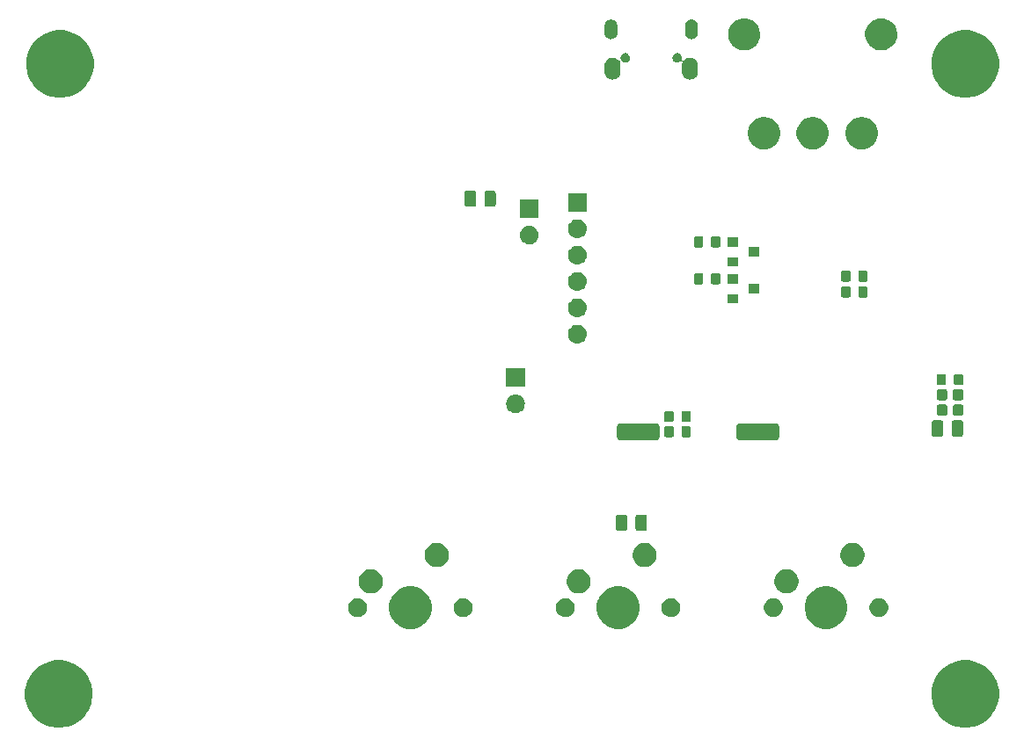
<source format=gbr>
G04 #@! TF.GenerationSoftware,KiCad,Pcbnew,5.0.2+dfsg1-1*
G04 #@! TF.CreationDate,2020-11-04T14:27:09+01:00*
G04 #@! TF.ProjectId,CoreSchematic,436f7265-5363-4686-956d-617469632e6b,rev?*
G04 #@! TF.SameCoordinates,Original*
G04 #@! TF.FileFunction,Soldermask,Bot*
G04 #@! TF.FilePolarity,Negative*
%FSLAX46Y46*%
G04 Gerber Fmt 4.6, Leading zero omitted, Abs format (unit mm)*
G04 Created by KiCad (PCBNEW 5.0.2+dfsg1-1) date Wed 04 Nov 2020 14:27:09 CET*
%MOMM*%
%LPD*%
G01*
G04 APERTURE LIST*
%ADD10C,0.100000*%
G04 APERTURE END LIST*
D10*
G36*
X185292239Y-116826467D02*
X185606282Y-116888934D01*
X186197926Y-117134001D01*
X186487523Y-117327504D01*
X186730395Y-117489786D01*
X187183214Y-117942605D01*
X187183216Y-117942608D01*
X187538999Y-118475074D01*
X187660724Y-118768944D01*
X187784066Y-119066719D01*
X187909000Y-119694803D01*
X187909000Y-120335197D01*
X187846533Y-120649239D01*
X187784066Y-120963282D01*
X187538999Y-121554926D01*
X187291265Y-121925685D01*
X187183214Y-122087395D01*
X186730395Y-122540214D01*
X186730392Y-122540216D01*
X186197926Y-122895999D01*
X185606282Y-123141066D01*
X185292239Y-123203533D01*
X184978197Y-123266000D01*
X184337803Y-123266000D01*
X184023761Y-123203533D01*
X183709718Y-123141066D01*
X183118074Y-122895999D01*
X182585608Y-122540216D01*
X182585605Y-122540214D01*
X182132786Y-122087395D01*
X182024735Y-121925685D01*
X181777001Y-121554926D01*
X181531934Y-120963282D01*
X181469467Y-120649239D01*
X181407000Y-120335197D01*
X181407000Y-119694803D01*
X181531934Y-119066719D01*
X181655276Y-118768944D01*
X181777001Y-118475074D01*
X182132784Y-117942608D01*
X182132786Y-117942605D01*
X182585605Y-117489786D01*
X182828477Y-117327504D01*
X183118074Y-117134001D01*
X183709718Y-116888934D01*
X184023761Y-116826467D01*
X184337803Y-116764000D01*
X184978197Y-116764000D01*
X185292239Y-116826467D01*
X185292239Y-116826467D01*
G37*
G36*
X98043239Y-116826467D02*
X98357282Y-116888934D01*
X98948926Y-117134001D01*
X99238523Y-117327504D01*
X99481395Y-117489786D01*
X99934214Y-117942605D01*
X99934216Y-117942608D01*
X100289999Y-118475074D01*
X100411724Y-118768944D01*
X100535066Y-119066719D01*
X100660000Y-119694803D01*
X100660000Y-120335197D01*
X100597533Y-120649239D01*
X100535066Y-120963282D01*
X100289999Y-121554926D01*
X100042265Y-121925685D01*
X99934214Y-122087395D01*
X99481395Y-122540214D01*
X99481392Y-122540216D01*
X98948926Y-122895999D01*
X98357282Y-123141066D01*
X98043239Y-123203533D01*
X97729197Y-123266000D01*
X97088803Y-123266000D01*
X96774761Y-123203533D01*
X96460718Y-123141066D01*
X95869074Y-122895999D01*
X95336608Y-122540216D01*
X95336605Y-122540214D01*
X94883786Y-122087395D01*
X94775735Y-121925685D01*
X94528001Y-121554926D01*
X94282934Y-120963282D01*
X94220467Y-120649239D01*
X94158000Y-120335197D01*
X94158000Y-119694803D01*
X94282934Y-119066719D01*
X94406276Y-118768944D01*
X94528001Y-118475074D01*
X94883784Y-117942608D01*
X94883786Y-117942605D01*
X95336605Y-117489786D01*
X95579477Y-117327504D01*
X95869074Y-117134001D01*
X96460718Y-116888934D01*
X96774761Y-116826467D01*
X97088803Y-116764000D01*
X97729197Y-116764000D01*
X98043239Y-116826467D01*
X98043239Y-116826467D01*
G37*
G36*
X151855252Y-109724318D02*
X151855254Y-109724319D01*
X151855255Y-109724319D01*
X152228513Y-109878927D01*
X152559905Y-110100357D01*
X152564439Y-110103386D01*
X152850114Y-110389061D01*
X152850116Y-110389064D01*
X153074573Y-110724987D01*
X153103780Y-110795500D01*
X153229182Y-111098248D01*
X153308000Y-111494493D01*
X153308000Y-111898507D01*
X153233936Y-112270854D01*
X153229181Y-112294755D01*
X153074573Y-112668013D01*
X153074572Y-112668014D01*
X152850114Y-113003939D01*
X152564439Y-113289614D01*
X152564436Y-113289616D01*
X152228513Y-113514073D01*
X151855255Y-113668681D01*
X151855254Y-113668681D01*
X151855252Y-113668682D01*
X151459007Y-113747500D01*
X151054993Y-113747500D01*
X150658748Y-113668682D01*
X150658746Y-113668681D01*
X150658745Y-113668681D01*
X150285487Y-113514073D01*
X149949564Y-113289616D01*
X149949561Y-113289614D01*
X149663886Y-113003939D01*
X149439428Y-112668014D01*
X149439427Y-112668013D01*
X149284819Y-112294755D01*
X149280065Y-112270854D01*
X149206000Y-111898507D01*
X149206000Y-111494493D01*
X149284818Y-111098248D01*
X149410220Y-110795500D01*
X149439427Y-110724987D01*
X149663884Y-110389064D01*
X149663886Y-110389061D01*
X149949561Y-110103386D01*
X149954095Y-110100357D01*
X150285487Y-109878927D01*
X150658745Y-109724319D01*
X150658746Y-109724319D01*
X150658748Y-109724318D01*
X151054993Y-109645500D01*
X151459007Y-109645500D01*
X151855252Y-109724318D01*
X151855252Y-109724318D01*
G37*
G36*
X171857752Y-109724318D02*
X171857754Y-109724319D01*
X171857755Y-109724319D01*
X172231013Y-109878927D01*
X172562405Y-110100357D01*
X172566939Y-110103386D01*
X172852614Y-110389061D01*
X172852616Y-110389064D01*
X173077073Y-110724987D01*
X173106280Y-110795500D01*
X173231682Y-111098248D01*
X173310500Y-111494493D01*
X173310500Y-111898507D01*
X173236436Y-112270854D01*
X173231681Y-112294755D01*
X173077073Y-112668013D01*
X173077072Y-112668014D01*
X172852614Y-113003939D01*
X172566939Y-113289614D01*
X172566936Y-113289616D01*
X172231013Y-113514073D01*
X171857755Y-113668681D01*
X171857754Y-113668681D01*
X171857752Y-113668682D01*
X171461507Y-113747500D01*
X171057493Y-113747500D01*
X170661248Y-113668682D01*
X170661246Y-113668681D01*
X170661245Y-113668681D01*
X170287987Y-113514073D01*
X169952064Y-113289616D01*
X169952061Y-113289614D01*
X169666386Y-113003939D01*
X169441928Y-112668014D01*
X169441927Y-112668013D01*
X169287319Y-112294755D01*
X169282565Y-112270854D01*
X169208500Y-111898507D01*
X169208500Y-111494493D01*
X169287318Y-111098248D01*
X169412720Y-110795500D01*
X169441927Y-110724987D01*
X169666384Y-110389064D01*
X169666386Y-110389061D01*
X169952061Y-110103386D01*
X169956595Y-110100357D01*
X170287987Y-109878927D01*
X170661245Y-109724319D01*
X170661246Y-109724319D01*
X170661248Y-109724318D01*
X171057493Y-109645500D01*
X171461507Y-109645500D01*
X171857752Y-109724318D01*
X171857752Y-109724318D01*
G37*
G36*
X131852752Y-109724318D02*
X131852754Y-109724319D01*
X131852755Y-109724319D01*
X132226013Y-109878927D01*
X132557405Y-110100357D01*
X132561939Y-110103386D01*
X132847614Y-110389061D01*
X132847616Y-110389064D01*
X133072073Y-110724987D01*
X133101280Y-110795500D01*
X133226682Y-111098248D01*
X133305500Y-111494493D01*
X133305500Y-111898507D01*
X133231436Y-112270854D01*
X133226681Y-112294755D01*
X133072073Y-112668013D01*
X133072072Y-112668014D01*
X132847614Y-113003939D01*
X132561939Y-113289614D01*
X132561936Y-113289616D01*
X132226013Y-113514073D01*
X131852755Y-113668681D01*
X131852754Y-113668681D01*
X131852752Y-113668682D01*
X131456507Y-113747500D01*
X131052493Y-113747500D01*
X130656248Y-113668682D01*
X130656246Y-113668681D01*
X130656245Y-113668681D01*
X130282987Y-113514073D01*
X129947064Y-113289616D01*
X129947061Y-113289614D01*
X129661386Y-113003939D01*
X129436928Y-112668014D01*
X129436927Y-112668013D01*
X129282319Y-112294755D01*
X129277565Y-112270854D01*
X129203500Y-111898507D01*
X129203500Y-111494493D01*
X129282318Y-111098248D01*
X129407720Y-110795500D01*
X129436927Y-110724987D01*
X129661384Y-110389064D01*
X129661386Y-110389061D01*
X129947061Y-110103386D01*
X129951595Y-110100357D01*
X130282987Y-109878927D01*
X130656245Y-109724319D01*
X130656246Y-109724319D01*
X130656248Y-109724318D01*
X131052493Y-109645500D01*
X131456507Y-109645500D01*
X131852752Y-109724318D01*
X131852752Y-109724318D01*
G37*
G36*
X176602312Y-110830124D02*
X176766284Y-110898044D01*
X176913854Y-110996647D01*
X177039353Y-111122146D01*
X177137956Y-111269716D01*
X177205876Y-111433688D01*
X177240500Y-111607759D01*
X177240500Y-111785241D01*
X177205876Y-111959312D01*
X177137956Y-112123284D01*
X177039353Y-112270854D01*
X176913854Y-112396353D01*
X176766284Y-112494956D01*
X176602312Y-112562876D01*
X176428241Y-112597500D01*
X176250759Y-112597500D01*
X176076688Y-112562876D01*
X175912716Y-112494956D01*
X175765146Y-112396353D01*
X175639647Y-112270854D01*
X175541044Y-112123284D01*
X175473124Y-111959312D01*
X175438500Y-111785241D01*
X175438500Y-111607759D01*
X175473124Y-111433688D01*
X175541044Y-111269716D01*
X175639647Y-111122146D01*
X175765146Y-110996647D01*
X175912716Y-110898044D01*
X176076688Y-110830124D01*
X176250759Y-110795500D01*
X176428241Y-110795500D01*
X176602312Y-110830124D01*
X176602312Y-110830124D01*
G37*
G36*
X166442312Y-110830124D02*
X166606284Y-110898044D01*
X166753854Y-110996647D01*
X166879353Y-111122146D01*
X166977956Y-111269716D01*
X167045876Y-111433688D01*
X167080500Y-111607759D01*
X167080500Y-111785241D01*
X167045876Y-111959312D01*
X166977956Y-112123284D01*
X166879353Y-112270854D01*
X166753854Y-112396353D01*
X166606284Y-112494956D01*
X166442312Y-112562876D01*
X166268241Y-112597500D01*
X166090759Y-112597500D01*
X165916688Y-112562876D01*
X165752716Y-112494956D01*
X165605146Y-112396353D01*
X165479647Y-112270854D01*
X165381044Y-112123284D01*
X165313124Y-111959312D01*
X165278500Y-111785241D01*
X165278500Y-111607759D01*
X165313124Y-111433688D01*
X165381044Y-111269716D01*
X165479647Y-111122146D01*
X165605146Y-110996647D01*
X165752716Y-110898044D01*
X165916688Y-110830124D01*
X166090759Y-110795500D01*
X166268241Y-110795500D01*
X166442312Y-110830124D01*
X166442312Y-110830124D01*
G37*
G36*
X156599812Y-110830124D02*
X156763784Y-110898044D01*
X156911354Y-110996647D01*
X157036853Y-111122146D01*
X157135456Y-111269716D01*
X157203376Y-111433688D01*
X157238000Y-111607759D01*
X157238000Y-111785241D01*
X157203376Y-111959312D01*
X157135456Y-112123284D01*
X157036853Y-112270854D01*
X156911354Y-112396353D01*
X156763784Y-112494956D01*
X156599812Y-112562876D01*
X156425741Y-112597500D01*
X156248259Y-112597500D01*
X156074188Y-112562876D01*
X155910216Y-112494956D01*
X155762646Y-112396353D01*
X155637147Y-112270854D01*
X155538544Y-112123284D01*
X155470624Y-111959312D01*
X155436000Y-111785241D01*
X155436000Y-111607759D01*
X155470624Y-111433688D01*
X155538544Y-111269716D01*
X155637147Y-111122146D01*
X155762646Y-110996647D01*
X155910216Y-110898044D01*
X156074188Y-110830124D01*
X156248259Y-110795500D01*
X156425741Y-110795500D01*
X156599812Y-110830124D01*
X156599812Y-110830124D01*
G37*
G36*
X146439812Y-110830124D02*
X146603784Y-110898044D01*
X146751354Y-110996647D01*
X146876853Y-111122146D01*
X146975456Y-111269716D01*
X147043376Y-111433688D01*
X147078000Y-111607759D01*
X147078000Y-111785241D01*
X147043376Y-111959312D01*
X146975456Y-112123284D01*
X146876853Y-112270854D01*
X146751354Y-112396353D01*
X146603784Y-112494956D01*
X146439812Y-112562876D01*
X146265741Y-112597500D01*
X146088259Y-112597500D01*
X145914188Y-112562876D01*
X145750216Y-112494956D01*
X145602646Y-112396353D01*
X145477147Y-112270854D01*
X145378544Y-112123284D01*
X145310624Y-111959312D01*
X145276000Y-111785241D01*
X145276000Y-111607759D01*
X145310624Y-111433688D01*
X145378544Y-111269716D01*
X145477147Y-111122146D01*
X145602646Y-110996647D01*
X145750216Y-110898044D01*
X145914188Y-110830124D01*
X146088259Y-110795500D01*
X146265741Y-110795500D01*
X146439812Y-110830124D01*
X146439812Y-110830124D01*
G37*
G36*
X136597312Y-110830124D02*
X136761284Y-110898044D01*
X136908854Y-110996647D01*
X137034353Y-111122146D01*
X137132956Y-111269716D01*
X137200876Y-111433688D01*
X137235500Y-111607759D01*
X137235500Y-111785241D01*
X137200876Y-111959312D01*
X137132956Y-112123284D01*
X137034353Y-112270854D01*
X136908854Y-112396353D01*
X136761284Y-112494956D01*
X136597312Y-112562876D01*
X136423241Y-112597500D01*
X136245759Y-112597500D01*
X136071688Y-112562876D01*
X135907716Y-112494956D01*
X135760146Y-112396353D01*
X135634647Y-112270854D01*
X135536044Y-112123284D01*
X135468124Y-111959312D01*
X135433500Y-111785241D01*
X135433500Y-111607759D01*
X135468124Y-111433688D01*
X135536044Y-111269716D01*
X135634647Y-111122146D01*
X135760146Y-110996647D01*
X135907716Y-110898044D01*
X136071688Y-110830124D01*
X136245759Y-110795500D01*
X136423241Y-110795500D01*
X136597312Y-110830124D01*
X136597312Y-110830124D01*
G37*
G36*
X126437312Y-110830124D02*
X126601284Y-110898044D01*
X126748854Y-110996647D01*
X126874353Y-111122146D01*
X126972956Y-111269716D01*
X127040876Y-111433688D01*
X127075500Y-111607759D01*
X127075500Y-111785241D01*
X127040876Y-111959312D01*
X126972956Y-112123284D01*
X126874353Y-112270854D01*
X126748854Y-112396353D01*
X126601284Y-112494956D01*
X126437312Y-112562876D01*
X126263241Y-112597500D01*
X126085759Y-112597500D01*
X125911688Y-112562876D01*
X125747716Y-112494956D01*
X125600146Y-112396353D01*
X125474647Y-112270854D01*
X125376044Y-112123284D01*
X125308124Y-111959312D01*
X125273500Y-111785241D01*
X125273500Y-111607759D01*
X125308124Y-111433688D01*
X125376044Y-111269716D01*
X125474647Y-111122146D01*
X125600146Y-110996647D01*
X125747716Y-110898044D01*
X125911688Y-110830124D01*
X126085759Y-110795500D01*
X126263241Y-110795500D01*
X126437312Y-110830124D01*
X126437312Y-110830124D01*
G37*
G36*
X147782734Y-108049732D02*
X147992202Y-108136496D01*
X148180723Y-108262462D01*
X148341038Y-108422777D01*
X148467004Y-108611298D01*
X148553768Y-108820766D01*
X148598000Y-109043135D01*
X148598000Y-109269865D01*
X148553768Y-109492234D01*
X148467004Y-109701702D01*
X148341038Y-109890223D01*
X148180723Y-110050538D01*
X147992202Y-110176504D01*
X147782734Y-110263268D01*
X147560365Y-110307500D01*
X147333635Y-110307500D01*
X147111266Y-110263268D01*
X146901798Y-110176504D01*
X146713277Y-110050538D01*
X146552962Y-109890223D01*
X146426996Y-109701702D01*
X146340232Y-109492234D01*
X146296000Y-109269865D01*
X146296000Y-109043135D01*
X146340232Y-108820766D01*
X146426996Y-108611298D01*
X146552962Y-108422777D01*
X146713277Y-108262462D01*
X146901798Y-108136496D01*
X147111266Y-108049732D01*
X147333635Y-108005500D01*
X147560365Y-108005500D01*
X147782734Y-108049732D01*
X147782734Y-108049732D01*
G37*
G36*
X127780234Y-108049732D02*
X127989702Y-108136496D01*
X128178223Y-108262462D01*
X128338538Y-108422777D01*
X128464504Y-108611298D01*
X128551268Y-108820766D01*
X128595500Y-109043135D01*
X128595500Y-109269865D01*
X128551268Y-109492234D01*
X128464504Y-109701702D01*
X128338538Y-109890223D01*
X128178223Y-110050538D01*
X127989702Y-110176504D01*
X127780234Y-110263268D01*
X127557865Y-110307500D01*
X127331135Y-110307500D01*
X127108766Y-110263268D01*
X126899298Y-110176504D01*
X126710777Y-110050538D01*
X126550462Y-109890223D01*
X126424496Y-109701702D01*
X126337732Y-109492234D01*
X126293500Y-109269865D01*
X126293500Y-109043135D01*
X126337732Y-108820766D01*
X126424496Y-108611298D01*
X126550462Y-108422777D01*
X126710777Y-108262462D01*
X126899298Y-108136496D01*
X127108766Y-108049732D01*
X127331135Y-108005500D01*
X127557865Y-108005500D01*
X127780234Y-108049732D01*
X127780234Y-108049732D01*
G37*
G36*
X167785234Y-108049732D02*
X167994702Y-108136496D01*
X168183223Y-108262462D01*
X168343538Y-108422777D01*
X168469504Y-108611298D01*
X168556268Y-108820766D01*
X168600500Y-109043135D01*
X168600500Y-109269865D01*
X168556268Y-109492234D01*
X168469504Y-109701702D01*
X168343538Y-109890223D01*
X168183223Y-110050538D01*
X167994702Y-110176504D01*
X167785234Y-110263268D01*
X167562865Y-110307500D01*
X167336135Y-110307500D01*
X167113766Y-110263268D01*
X166904298Y-110176504D01*
X166715777Y-110050538D01*
X166555462Y-109890223D01*
X166429496Y-109701702D01*
X166342732Y-109492234D01*
X166298500Y-109269865D01*
X166298500Y-109043135D01*
X166342732Y-108820766D01*
X166429496Y-108611298D01*
X166555462Y-108422777D01*
X166715777Y-108262462D01*
X166904298Y-108136496D01*
X167113766Y-108049732D01*
X167336135Y-108005500D01*
X167562865Y-108005500D01*
X167785234Y-108049732D01*
X167785234Y-108049732D01*
G37*
G36*
X174135234Y-105509732D02*
X174344702Y-105596496D01*
X174533223Y-105722462D01*
X174693538Y-105882777D01*
X174819504Y-106071298D01*
X174906268Y-106280766D01*
X174950500Y-106503135D01*
X174950500Y-106729865D01*
X174906268Y-106952234D01*
X174819504Y-107161702D01*
X174693538Y-107350223D01*
X174533223Y-107510538D01*
X174344702Y-107636504D01*
X174135234Y-107723268D01*
X173912865Y-107767500D01*
X173686135Y-107767500D01*
X173463766Y-107723268D01*
X173254298Y-107636504D01*
X173065777Y-107510538D01*
X172905462Y-107350223D01*
X172779496Y-107161702D01*
X172692732Y-106952234D01*
X172648500Y-106729865D01*
X172648500Y-106503135D01*
X172692732Y-106280766D01*
X172779496Y-106071298D01*
X172905462Y-105882777D01*
X173065777Y-105722462D01*
X173254298Y-105596496D01*
X173463766Y-105509732D01*
X173686135Y-105465500D01*
X173912865Y-105465500D01*
X174135234Y-105509732D01*
X174135234Y-105509732D01*
G37*
G36*
X154132734Y-105509732D02*
X154342202Y-105596496D01*
X154530723Y-105722462D01*
X154691038Y-105882777D01*
X154817004Y-106071298D01*
X154903768Y-106280766D01*
X154948000Y-106503135D01*
X154948000Y-106729865D01*
X154903768Y-106952234D01*
X154817004Y-107161702D01*
X154691038Y-107350223D01*
X154530723Y-107510538D01*
X154342202Y-107636504D01*
X154132734Y-107723268D01*
X153910365Y-107767500D01*
X153683635Y-107767500D01*
X153461266Y-107723268D01*
X153251798Y-107636504D01*
X153063277Y-107510538D01*
X152902962Y-107350223D01*
X152776996Y-107161702D01*
X152690232Y-106952234D01*
X152646000Y-106729865D01*
X152646000Y-106503135D01*
X152690232Y-106280766D01*
X152776996Y-106071298D01*
X152902962Y-105882777D01*
X153063277Y-105722462D01*
X153251798Y-105596496D01*
X153461266Y-105509732D01*
X153683635Y-105465500D01*
X153910365Y-105465500D01*
X154132734Y-105509732D01*
X154132734Y-105509732D01*
G37*
G36*
X134130234Y-105509732D02*
X134339702Y-105596496D01*
X134528223Y-105722462D01*
X134688538Y-105882777D01*
X134814504Y-106071298D01*
X134901268Y-106280766D01*
X134945500Y-106503135D01*
X134945500Y-106729865D01*
X134901268Y-106952234D01*
X134814504Y-107161702D01*
X134688538Y-107350223D01*
X134528223Y-107510538D01*
X134339702Y-107636504D01*
X134130234Y-107723268D01*
X133907865Y-107767500D01*
X133681135Y-107767500D01*
X133458766Y-107723268D01*
X133249298Y-107636504D01*
X133060777Y-107510538D01*
X132900462Y-107350223D01*
X132774496Y-107161702D01*
X132687732Y-106952234D01*
X132643500Y-106729865D01*
X132643500Y-106503135D01*
X132687732Y-106280766D01*
X132774496Y-106071298D01*
X132900462Y-105882777D01*
X133060777Y-105722462D01*
X133249298Y-105596496D01*
X133458766Y-105509732D01*
X133681135Y-105465500D01*
X133907865Y-105465500D01*
X134130234Y-105509732D01*
X134130234Y-105509732D01*
G37*
G36*
X153856433Y-102733686D02*
X153896281Y-102745774D01*
X153933001Y-102765401D01*
X153965186Y-102791814D01*
X153991599Y-102823999D01*
X154011226Y-102860719D01*
X154023314Y-102900567D01*
X154028000Y-102948141D01*
X154028000Y-104061859D01*
X154023314Y-104109433D01*
X154011226Y-104149281D01*
X153991599Y-104186001D01*
X153965186Y-104218186D01*
X153933001Y-104244599D01*
X153896281Y-104264226D01*
X153856433Y-104276314D01*
X153808859Y-104281000D01*
X153145141Y-104281000D01*
X153097567Y-104276314D01*
X153057719Y-104264226D01*
X153020999Y-104244599D01*
X152988814Y-104218186D01*
X152962401Y-104186001D01*
X152942774Y-104149281D01*
X152930686Y-104109433D01*
X152926000Y-104061859D01*
X152926000Y-102948141D01*
X152930686Y-102900567D01*
X152942774Y-102860719D01*
X152962401Y-102823999D01*
X152988814Y-102791814D01*
X153020999Y-102765401D01*
X153057719Y-102745774D01*
X153097567Y-102733686D01*
X153145141Y-102729000D01*
X153808859Y-102729000D01*
X153856433Y-102733686D01*
X153856433Y-102733686D01*
G37*
G36*
X151956433Y-102733686D02*
X151996281Y-102745774D01*
X152033001Y-102765401D01*
X152065186Y-102791814D01*
X152091599Y-102823999D01*
X152111226Y-102860719D01*
X152123314Y-102900567D01*
X152128000Y-102948141D01*
X152128000Y-104061859D01*
X152123314Y-104109433D01*
X152111226Y-104149281D01*
X152091599Y-104186001D01*
X152065186Y-104218186D01*
X152033001Y-104244599D01*
X151996281Y-104264226D01*
X151956433Y-104276314D01*
X151908859Y-104281000D01*
X151245141Y-104281000D01*
X151197567Y-104276314D01*
X151157719Y-104264226D01*
X151120999Y-104244599D01*
X151088814Y-104218186D01*
X151062401Y-104186001D01*
X151042774Y-104149281D01*
X151030686Y-104109433D01*
X151026000Y-104061859D01*
X151026000Y-102948141D01*
X151030686Y-102900567D01*
X151042774Y-102860719D01*
X151062401Y-102823999D01*
X151088814Y-102791814D01*
X151120999Y-102765401D01*
X151157719Y-102745774D01*
X151197567Y-102733686D01*
X151245141Y-102729000D01*
X151908859Y-102729000D01*
X151956433Y-102733686D01*
X151956433Y-102733686D01*
G37*
G36*
X166464493Y-93936203D02*
X166528914Y-93955744D01*
X166588276Y-93987475D01*
X166640317Y-94030183D01*
X166683025Y-94082224D01*
X166714756Y-94141586D01*
X166734297Y-94206007D01*
X166741500Y-94279141D01*
X166741500Y-95204859D01*
X166734297Y-95277993D01*
X166714756Y-95342414D01*
X166683025Y-95401776D01*
X166640317Y-95453817D01*
X166588276Y-95496525D01*
X166528914Y-95528256D01*
X166464493Y-95547797D01*
X166391359Y-95555000D01*
X162989641Y-95555000D01*
X162916507Y-95547797D01*
X162852086Y-95528256D01*
X162792724Y-95496525D01*
X162740683Y-95453817D01*
X162697975Y-95401776D01*
X162666244Y-95342414D01*
X162646703Y-95277993D01*
X162639500Y-95204859D01*
X162639500Y-94279141D01*
X162646703Y-94206007D01*
X162666244Y-94141586D01*
X162697975Y-94082224D01*
X162740683Y-94030183D01*
X162792724Y-93987475D01*
X162852086Y-93955744D01*
X162916507Y-93936203D01*
X162989641Y-93929000D01*
X166391359Y-93929000D01*
X166464493Y-93936203D01*
X166464493Y-93936203D01*
G37*
G36*
X154964493Y-93936203D02*
X155028914Y-93955744D01*
X155088276Y-93987475D01*
X155140317Y-94030183D01*
X155183025Y-94082224D01*
X155214756Y-94141586D01*
X155234297Y-94206007D01*
X155241500Y-94279141D01*
X155241500Y-95204859D01*
X155234297Y-95277993D01*
X155214756Y-95342414D01*
X155183025Y-95401776D01*
X155140317Y-95453817D01*
X155088276Y-95496525D01*
X155028914Y-95528256D01*
X154964493Y-95547797D01*
X154891359Y-95555000D01*
X151489641Y-95555000D01*
X151416507Y-95547797D01*
X151352086Y-95528256D01*
X151292724Y-95496525D01*
X151240683Y-95453817D01*
X151197975Y-95401776D01*
X151166244Y-95342414D01*
X151146703Y-95277993D01*
X151139500Y-95204859D01*
X151139500Y-94279141D01*
X151146703Y-94206007D01*
X151166244Y-94141586D01*
X151197975Y-94082224D01*
X151240683Y-94030183D01*
X151292724Y-93987475D01*
X151352086Y-93955744D01*
X151416507Y-93936203D01*
X151489641Y-93929000D01*
X154891359Y-93929000D01*
X154964493Y-93936203D01*
X154964493Y-93936203D01*
G37*
G36*
X158116683Y-94219725D02*
X158147144Y-94228966D01*
X158175223Y-94243975D01*
X158199831Y-94264169D01*
X158220025Y-94288777D01*
X158235034Y-94316856D01*
X158244275Y-94347317D01*
X158248000Y-94385140D01*
X158248000Y-95098860D01*
X158244275Y-95136683D01*
X158235034Y-95167144D01*
X158220025Y-95195223D01*
X158199831Y-95219831D01*
X158175223Y-95240025D01*
X158147144Y-95255034D01*
X158116683Y-95264275D01*
X158078860Y-95268000D01*
X157515140Y-95268000D01*
X157477317Y-95264275D01*
X157446856Y-95255034D01*
X157418777Y-95240025D01*
X157394169Y-95219831D01*
X157373975Y-95195223D01*
X157358966Y-95167144D01*
X157349725Y-95136683D01*
X157346000Y-95098860D01*
X157346000Y-94385140D01*
X157349725Y-94347317D01*
X157358966Y-94316856D01*
X157373975Y-94288777D01*
X157394169Y-94264169D01*
X157418777Y-94243975D01*
X157446856Y-94228966D01*
X157477317Y-94219725D01*
X157515140Y-94216000D01*
X158078860Y-94216000D01*
X158116683Y-94219725D01*
X158116683Y-94219725D01*
G37*
G36*
X156466683Y-94219725D02*
X156497144Y-94228966D01*
X156525223Y-94243975D01*
X156549831Y-94264169D01*
X156570025Y-94288777D01*
X156585034Y-94316856D01*
X156594275Y-94347317D01*
X156598000Y-94385140D01*
X156598000Y-95098860D01*
X156594275Y-95136683D01*
X156585034Y-95167144D01*
X156570025Y-95195223D01*
X156549831Y-95219831D01*
X156525223Y-95240025D01*
X156497144Y-95255034D01*
X156466683Y-95264275D01*
X156428860Y-95268000D01*
X155865140Y-95268000D01*
X155827317Y-95264275D01*
X155796856Y-95255034D01*
X155768777Y-95240025D01*
X155744169Y-95219831D01*
X155723975Y-95195223D01*
X155708966Y-95167144D01*
X155699725Y-95136683D01*
X155696000Y-95098860D01*
X155696000Y-94385140D01*
X155699725Y-94347317D01*
X155708966Y-94316856D01*
X155723975Y-94288777D01*
X155744169Y-94264169D01*
X155768777Y-94243975D01*
X155796856Y-94228966D01*
X155827317Y-94219725D01*
X155865140Y-94216000D01*
X156428860Y-94216000D01*
X156466683Y-94219725D01*
X156466683Y-94219725D01*
G37*
G36*
X184272933Y-93653186D02*
X184312781Y-93665274D01*
X184349501Y-93684901D01*
X184381686Y-93711314D01*
X184408099Y-93743499D01*
X184427726Y-93780219D01*
X184439814Y-93820067D01*
X184444500Y-93867641D01*
X184444500Y-94981359D01*
X184439814Y-95028933D01*
X184427726Y-95068781D01*
X184408099Y-95105501D01*
X184381686Y-95137686D01*
X184349501Y-95164099D01*
X184312781Y-95183726D01*
X184272933Y-95195814D01*
X184225359Y-95200500D01*
X183561641Y-95200500D01*
X183514067Y-95195814D01*
X183474219Y-95183726D01*
X183437499Y-95164099D01*
X183405314Y-95137686D01*
X183378901Y-95105501D01*
X183359274Y-95068781D01*
X183347186Y-95028933D01*
X183342500Y-94981359D01*
X183342500Y-93867641D01*
X183347186Y-93820067D01*
X183359274Y-93780219D01*
X183378901Y-93743499D01*
X183405314Y-93711314D01*
X183437499Y-93684901D01*
X183474219Y-93665274D01*
X183514067Y-93653186D01*
X183561641Y-93648500D01*
X184225359Y-93648500D01*
X184272933Y-93653186D01*
X184272933Y-93653186D01*
G37*
G36*
X182372933Y-93653186D02*
X182412781Y-93665274D01*
X182449501Y-93684901D01*
X182481686Y-93711314D01*
X182508099Y-93743499D01*
X182527726Y-93780219D01*
X182539814Y-93820067D01*
X182544500Y-93867641D01*
X182544500Y-94981359D01*
X182539814Y-95028933D01*
X182527726Y-95068781D01*
X182508099Y-95105501D01*
X182481686Y-95137686D01*
X182449501Y-95164099D01*
X182412781Y-95183726D01*
X182372933Y-95195814D01*
X182325359Y-95200500D01*
X181661641Y-95200500D01*
X181614067Y-95195814D01*
X181574219Y-95183726D01*
X181537499Y-95164099D01*
X181505314Y-95137686D01*
X181478901Y-95105501D01*
X181459274Y-95068781D01*
X181447186Y-95028933D01*
X181442500Y-94981359D01*
X181442500Y-93867641D01*
X181447186Y-93820067D01*
X181459274Y-93780219D01*
X181478901Y-93743499D01*
X181505314Y-93711314D01*
X181537499Y-93684901D01*
X181574219Y-93665274D01*
X181614067Y-93653186D01*
X181661641Y-93648500D01*
X182325359Y-93648500D01*
X182372933Y-93653186D01*
X182372933Y-93653186D01*
G37*
G36*
X158116683Y-92746525D02*
X158147144Y-92755766D01*
X158175223Y-92770775D01*
X158199831Y-92790969D01*
X158220025Y-92815577D01*
X158235034Y-92843656D01*
X158244275Y-92874117D01*
X158248000Y-92911940D01*
X158248000Y-93625660D01*
X158244275Y-93663483D01*
X158235034Y-93693944D01*
X158220025Y-93722023D01*
X158199831Y-93746631D01*
X158175223Y-93766825D01*
X158147144Y-93781834D01*
X158116683Y-93791075D01*
X158078860Y-93794800D01*
X157515140Y-93794800D01*
X157477317Y-93791075D01*
X157446856Y-93781834D01*
X157418777Y-93766825D01*
X157394169Y-93746631D01*
X157373975Y-93722023D01*
X157358966Y-93693944D01*
X157349725Y-93663483D01*
X157346000Y-93625660D01*
X157346000Y-92911940D01*
X157349725Y-92874117D01*
X157358966Y-92843656D01*
X157373975Y-92815577D01*
X157394169Y-92790969D01*
X157418777Y-92770775D01*
X157446856Y-92755766D01*
X157477317Y-92746525D01*
X157515140Y-92742800D01*
X158078860Y-92742800D01*
X158116683Y-92746525D01*
X158116683Y-92746525D01*
G37*
G36*
X156466683Y-92746525D02*
X156497144Y-92755766D01*
X156525223Y-92770775D01*
X156549831Y-92790969D01*
X156570025Y-92815577D01*
X156585034Y-92843656D01*
X156594275Y-92874117D01*
X156598000Y-92911940D01*
X156598000Y-93625660D01*
X156594275Y-93663483D01*
X156585034Y-93693944D01*
X156570025Y-93722023D01*
X156549831Y-93746631D01*
X156525223Y-93766825D01*
X156497144Y-93781834D01*
X156466683Y-93791075D01*
X156428860Y-93794800D01*
X155865140Y-93794800D01*
X155827317Y-93791075D01*
X155796856Y-93781834D01*
X155768777Y-93766825D01*
X155744169Y-93746631D01*
X155723975Y-93722023D01*
X155708966Y-93693944D01*
X155699725Y-93663483D01*
X155696000Y-93625660D01*
X155696000Y-92911940D01*
X155699725Y-92874117D01*
X155708966Y-92843656D01*
X155723975Y-92815577D01*
X155744169Y-92790969D01*
X155768777Y-92770775D01*
X155796856Y-92755766D01*
X155827317Y-92746525D01*
X155865140Y-92742800D01*
X156428860Y-92742800D01*
X156466683Y-92746525D01*
X156466683Y-92746525D01*
G37*
G36*
X184322060Y-92124705D02*
X184357211Y-92135369D01*
X184389609Y-92152686D01*
X184418008Y-92175992D01*
X184441314Y-92204391D01*
X184458631Y-92236789D01*
X184469295Y-92271940D01*
X184473500Y-92314640D01*
X184473500Y-92978360D01*
X184469295Y-93021060D01*
X184458631Y-93056211D01*
X184441314Y-93088609D01*
X184418008Y-93117008D01*
X184389609Y-93140314D01*
X184357211Y-93157631D01*
X184322060Y-93168295D01*
X184279360Y-93172500D01*
X183665640Y-93172500D01*
X183622940Y-93168295D01*
X183587789Y-93157631D01*
X183555391Y-93140314D01*
X183526992Y-93117008D01*
X183503686Y-93088609D01*
X183486369Y-93056211D01*
X183475705Y-93021060D01*
X183471500Y-92978360D01*
X183471500Y-92314640D01*
X183475705Y-92271940D01*
X183486369Y-92236789D01*
X183503686Y-92204391D01*
X183526992Y-92175992D01*
X183555391Y-92152686D01*
X183587789Y-92135369D01*
X183622940Y-92124705D01*
X183665640Y-92120500D01*
X184279360Y-92120500D01*
X184322060Y-92124705D01*
X184322060Y-92124705D01*
G37*
G36*
X182772060Y-92124705D02*
X182807211Y-92135369D01*
X182839609Y-92152686D01*
X182868008Y-92175992D01*
X182891314Y-92204391D01*
X182908631Y-92236789D01*
X182919295Y-92271940D01*
X182923500Y-92314640D01*
X182923500Y-92978360D01*
X182919295Y-93021060D01*
X182908631Y-93056211D01*
X182891314Y-93088609D01*
X182868008Y-93117008D01*
X182839609Y-93140314D01*
X182807211Y-93157631D01*
X182772060Y-93168295D01*
X182729360Y-93172500D01*
X182115640Y-93172500D01*
X182072940Y-93168295D01*
X182037789Y-93157631D01*
X182005391Y-93140314D01*
X181976992Y-93117008D01*
X181953686Y-93088609D01*
X181936369Y-93056211D01*
X181925705Y-93021060D01*
X181921500Y-92978360D01*
X181921500Y-92314640D01*
X181925705Y-92271940D01*
X181936369Y-92236789D01*
X181953686Y-92204391D01*
X181976992Y-92175992D01*
X182005391Y-92152686D01*
X182037789Y-92135369D01*
X182072940Y-92124705D01*
X182115640Y-92120500D01*
X182729360Y-92120500D01*
X182772060Y-92124705D01*
X182772060Y-92124705D01*
G37*
G36*
X141486843Y-91155119D02*
X141553027Y-91161637D01*
X141666253Y-91195984D01*
X141722867Y-91213157D01*
X141861487Y-91287252D01*
X141879391Y-91296822D01*
X141915129Y-91326152D01*
X142016586Y-91409414D01*
X142099437Y-91510370D01*
X142129178Y-91546609D01*
X142129179Y-91546611D01*
X142212843Y-91703133D01*
X142230016Y-91759747D01*
X142264363Y-91872973D01*
X142281759Y-92049600D01*
X142264363Y-92226227D01*
X142262663Y-92231830D01*
X142212843Y-92396067D01*
X142138748Y-92534687D01*
X142129178Y-92552591D01*
X142099848Y-92588329D01*
X142016586Y-92689786D01*
X141931071Y-92759965D01*
X141879391Y-92802378D01*
X141879389Y-92802379D01*
X141722867Y-92886043D01*
X141666253Y-92903216D01*
X141553027Y-92937563D01*
X141486842Y-92944082D01*
X141420660Y-92950600D01*
X141332140Y-92950600D01*
X141265958Y-92944082D01*
X141199773Y-92937563D01*
X141086547Y-92903216D01*
X141029933Y-92886043D01*
X140873411Y-92802379D01*
X140873409Y-92802378D01*
X140821729Y-92759965D01*
X140736214Y-92689786D01*
X140652952Y-92588329D01*
X140623622Y-92552591D01*
X140614052Y-92534687D01*
X140539957Y-92396067D01*
X140490137Y-92231830D01*
X140488437Y-92226227D01*
X140471041Y-92049600D01*
X140488437Y-91872973D01*
X140522784Y-91759747D01*
X140539957Y-91703133D01*
X140623621Y-91546611D01*
X140623622Y-91546609D01*
X140653363Y-91510370D01*
X140736214Y-91409414D01*
X140837671Y-91326152D01*
X140873409Y-91296822D01*
X140891313Y-91287252D01*
X141029933Y-91213157D01*
X141086547Y-91195984D01*
X141199773Y-91161637D01*
X141265957Y-91155119D01*
X141332140Y-91148600D01*
X141420660Y-91148600D01*
X141486843Y-91155119D01*
X141486843Y-91155119D01*
G37*
G36*
X182759360Y-90664205D02*
X182794511Y-90674869D01*
X182826909Y-90692186D01*
X182855308Y-90715492D01*
X182878614Y-90743891D01*
X182895931Y-90776289D01*
X182906595Y-90811440D01*
X182910800Y-90854140D01*
X182910800Y-91517860D01*
X182906595Y-91560560D01*
X182895931Y-91595711D01*
X182878614Y-91628109D01*
X182855308Y-91656508D01*
X182826909Y-91679814D01*
X182794511Y-91697131D01*
X182759360Y-91707795D01*
X182716660Y-91712000D01*
X182102940Y-91712000D01*
X182060240Y-91707795D01*
X182025089Y-91697131D01*
X181992691Y-91679814D01*
X181964292Y-91656508D01*
X181940986Y-91628109D01*
X181923669Y-91595711D01*
X181913005Y-91560560D01*
X181908800Y-91517860D01*
X181908800Y-90854140D01*
X181913005Y-90811440D01*
X181923669Y-90776289D01*
X181940986Y-90743891D01*
X181964292Y-90715492D01*
X181992691Y-90692186D01*
X182025089Y-90674869D01*
X182060240Y-90664205D01*
X182102940Y-90660000D01*
X182716660Y-90660000D01*
X182759360Y-90664205D01*
X182759360Y-90664205D01*
G37*
G36*
X184309360Y-90664205D02*
X184344511Y-90674869D01*
X184376909Y-90692186D01*
X184405308Y-90715492D01*
X184428614Y-90743891D01*
X184445931Y-90776289D01*
X184456595Y-90811440D01*
X184460800Y-90854140D01*
X184460800Y-91517860D01*
X184456595Y-91560560D01*
X184445931Y-91595711D01*
X184428614Y-91628109D01*
X184405308Y-91656508D01*
X184376909Y-91679814D01*
X184344511Y-91697131D01*
X184309360Y-91707795D01*
X184266660Y-91712000D01*
X183652940Y-91712000D01*
X183610240Y-91707795D01*
X183575089Y-91697131D01*
X183542691Y-91679814D01*
X183514292Y-91656508D01*
X183490986Y-91628109D01*
X183473669Y-91595711D01*
X183463005Y-91560560D01*
X183458800Y-91517860D01*
X183458800Y-90854140D01*
X183463005Y-90811440D01*
X183473669Y-90776289D01*
X183490986Y-90743891D01*
X183514292Y-90715492D01*
X183542691Y-90692186D01*
X183575089Y-90674869D01*
X183610240Y-90664205D01*
X183652940Y-90660000D01*
X184266660Y-90660000D01*
X184309360Y-90664205D01*
X184309360Y-90664205D01*
G37*
G36*
X142277400Y-90410600D02*
X140475400Y-90410600D01*
X140475400Y-88608600D01*
X142277400Y-88608600D01*
X142277400Y-90410600D01*
X142277400Y-90410600D01*
G37*
G36*
X182679483Y-89190525D02*
X182709944Y-89199766D01*
X182738023Y-89214775D01*
X182762631Y-89234969D01*
X182782825Y-89259577D01*
X182797834Y-89287656D01*
X182807075Y-89318117D01*
X182810800Y-89355940D01*
X182810800Y-90069660D01*
X182807075Y-90107483D01*
X182797834Y-90137944D01*
X182782825Y-90166023D01*
X182762631Y-90190631D01*
X182738023Y-90210825D01*
X182709944Y-90225834D01*
X182679483Y-90235075D01*
X182641660Y-90238800D01*
X182077940Y-90238800D01*
X182040117Y-90235075D01*
X182009656Y-90225834D01*
X181981577Y-90210825D01*
X181956969Y-90190631D01*
X181936775Y-90166023D01*
X181921766Y-90137944D01*
X181912525Y-90107483D01*
X181908800Y-90069660D01*
X181908800Y-89355940D01*
X181912525Y-89318117D01*
X181921766Y-89287656D01*
X181936775Y-89259577D01*
X181956969Y-89234969D01*
X181981577Y-89214775D01*
X182009656Y-89199766D01*
X182040117Y-89190525D01*
X182077940Y-89186800D01*
X182641660Y-89186800D01*
X182679483Y-89190525D01*
X182679483Y-89190525D01*
G37*
G36*
X184329483Y-89190525D02*
X184359944Y-89199766D01*
X184388023Y-89214775D01*
X184412631Y-89234969D01*
X184432825Y-89259577D01*
X184447834Y-89287656D01*
X184457075Y-89318117D01*
X184460800Y-89355940D01*
X184460800Y-90069660D01*
X184457075Y-90107483D01*
X184447834Y-90137944D01*
X184432825Y-90166023D01*
X184412631Y-90190631D01*
X184388023Y-90210825D01*
X184359944Y-90225834D01*
X184329483Y-90235075D01*
X184291660Y-90238800D01*
X183727940Y-90238800D01*
X183690117Y-90235075D01*
X183659656Y-90225834D01*
X183631577Y-90210825D01*
X183606969Y-90190631D01*
X183586775Y-90166023D01*
X183571766Y-90137944D01*
X183562525Y-90107483D01*
X183558800Y-90069660D01*
X183558800Y-89355940D01*
X183562525Y-89318117D01*
X183571766Y-89287656D01*
X183586775Y-89259577D01*
X183606969Y-89234969D01*
X183631577Y-89214775D01*
X183659656Y-89199766D01*
X183690117Y-89190525D01*
X183727940Y-89186800D01*
X184291660Y-89186800D01*
X184329483Y-89190525D01*
X184329483Y-89190525D01*
G37*
G36*
X147430442Y-84449518D02*
X147496627Y-84456037D01*
X147609853Y-84490384D01*
X147666467Y-84507557D01*
X147805087Y-84581652D01*
X147822991Y-84591222D01*
X147858729Y-84620552D01*
X147960186Y-84703814D01*
X148043448Y-84805271D01*
X148072778Y-84841009D01*
X148072779Y-84841011D01*
X148156443Y-84997533D01*
X148156443Y-84997534D01*
X148207963Y-85167373D01*
X148225359Y-85344000D01*
X148207963Y-85520627D01*
X148173616Y-85633853D01*
X148156443Y-85690467D01*
X148082348Y-85829087D01*
X148072778Y-85846991D01*
X148043448Y-85882729D01*
X147960186Y-85984186D01*
X147858729Y-86067448D01*
X147822991Y-86096778D01*
X147822989Y-86096779D01*
X147666467Y-86180443D01*
X147609853Y-86197616D01*
X147496627Y-86231963D01*
X147430442Y-86238482D01*
X147364260Y-86245000D01*
X147275740Y-86245000D01*
X147209558Y-86238482D01*
X147143373Y-86231963D01*
X147030147Y-86197616D01*
X146973533Y-86180443D01*
X146817011Y-86096779D01*
X146817009Y-86096778D01*
X146781271Y-86067448D01*
X146679814Y-85984186D01*
X146596552Y-85882729D01*
X146567222Y-85846991D01*
X146557652Y-85829087D01*
X146483557Y-85690467D01*
X146466384Y-85633853D01*
X146432037Y-85520627D01*
X146414641Y-85344000D01*
X146432037Y-85167373D01*
X146483557Y-84997534D01*
X146483557Y-84997533D01*
X146567221Y-84841011D01*
X146567222Y-84841009D01*
X146596552Y-84805271D01*
X146679814Y-84703814D01*
X146781271Y-84620552D01*
X146817009Y-84591222D01*
X146834913Y-84581652D01*
X146973533Y-84507557D01*
X147030147Y-84490384D01*
X147143373Y-84456037D01*
X147209558Y-84449518D01*
X147275740Y-84443000D01*
X147364260Y-84443000D01*
X147430442Y-84449518D01*
X147430442Y-84449518D01*
G37*
G36*
X147430442Y-81909518D02*
X147496627Y-81916037D01*
X147609853Y-81950384D01*
X147666467Y-81967557D01*
X147805087Y-82041652D01*
X147822991Y-82051222D01*
X147858729Y-82080552D01*
X147960186Y-82163814D01*
X148043448Y-82265271D01*
X148072778Y-82301009D01*
X148072779Y-82301011D01*
X148156443Y-82457533D01*
X148156443Y-82457534D01*
X148207963Y-82627373D01*
X148225359Y-82804000D01*
X148207963Y-82980627D01*
X148173616Y-83093853D01*
X148156443Y-83150467D01*
X148082348Y-83289087D01*
X148072778Y-83306991D01*
X148043448Y-83342729D01*
X147960186Y-83444186D01*
X147858729Y-83527448D01*
X147822991Y-83556778D01*
X147822989Y-83556779D01*
X147666467Y-83640443D01*
X147609853Y-83657616D01*
X147496627Y-83691963D01*
X147430442Y-83698482D01*
X147364260Y-83705000D01*
X147275740Y-83705000D01*
X147209558Y-83698482D01*
X147143373Y-83691963D01*
X147030147Y-83657616D01*
X146973533Y-83640443D01*
X146817011Y-83556779D01*
X146817009Y-83556778D01*
X146781271Y-83527448D01*
X146679814Y-83444186D01*
X146596552Y-83342729D01*
X146567222Y-83306991D01*
X146557652Y-83289087D01*
X146483557Y-83150467D01*
X146466384Y-83093853D01*
X146432037Y-82980627D01*
X146414641Y-82804000D01*
X146432037Y-82627373D01*
X146483557Y-82457534D01*
X146483557Y-82457533D01*
X146567221Y-82301011D01*
X146567222Y-82301009D01*
X146596552Y-82265271D01*
X146679814Y-82163814D01*
X146781271Y-82080552D01*
X146817009Y-82051222D01*
X146834913Y-82041652D01*
X146973533Y-81967557D01*
X147030147Y-81950384D01*
X147143373Y-81916037D01*
X147209558Y-81909518D01*
X147275740Y-81903000D01*
X147364260Y-81903000D01*
X147430442Y-81909518D01*
X147430442Y-81909518D01*
G37*
G36*
X162823000Y-82376200D02*
X161821000Y-82376200D01*
X161821000Y-81474200D01*
X162823000Y-81474200D01*
X162823000Y-82376200D01*
X162823000Y-82376200D01*
G37*
G36*
X173484683Y-80757725D02*
X173515144Y-80766966D01*
X173543223Y-80781975D01*
X173567831Y-80802169D01*
X173588025Y-80826777D01*
X173603034Y-80854856D01*
X173612275Y-80885317D01*
X173616000Y-80923140D01*
X173616000Y-81636860D01*
X173612275Y-81674683D01*
X173603034Y-81705144D01*
X173588025Y-81733223D01*
X173567831Y-81757831D01*
X173543223Y-81778025D01*
X173515144Y-81793034D01*
X173484683Y-81802275D01*
X173446860Y-81806000D01*
X172883140Y-81806000D01*
X172845317Y-81802275D01*
X172814856Y-81793034D01*
X172786777Y-81778025D01*
X172762169Y-81757831D01*
X172741975Y-81733223D01*
X172726966Y-81705144D01*
X172717725Y-81674683D01*
X172714000Y-81636860D01*
X172714000Y-80923140D01*
X172717725Y-80885317D01*
X172726966Y-80854856D01*
X172741975Y-80826777D01*
X172762169Y-80802169D01*
X172786777Y-80781975D01*
X172814856Y-80766966D01*
X172845317Y-80757725D01*
X172883140Y-80754000D01*
X173446860Y-80754000D01*
X173484683Y-80757725D01*
X173484683Y-80757725D01*
G37*
G36*
X175134683Y-80757725D02*
X175165144Y-80766966D01*
X175193223Y-80781975D01*
X175217831Y-80802169D01*
X175238025Y-80826777D01*
X175253034Y-80854856D01*
X175262275Y-80885317D01*
X175266000Y-80923140D01*
X175266000Y-81636860D01*
X175262275Y-81674683D01*
X175253034Y-81705144D01*
X175238025Y-81733223D01*
X175217831Y-81757831D01*
X175193223Y-81778025D01*
X175165144Y-81793034D01*
X175134683Y-81802275D01*
X175096860Y-81806000D01*
X174533140Y-81806000D01*
X174495317Y-81802275D01*
X174464856Y-81793034D01*
X174436777Y-81778025D01*
X174412169Y-81757831D01*
X174391975Y-81733223D01*
X174376966Y-81705144D01*
X174367725Y-81674683D01*
X174364000Y-81636860D01*
X174364000Y-80923140D01*
X174367725Y-80885317D01*
X174376966Y-80854856D01*
X174391975Y-80826777D01*
X174412169Y-80802169D01*
X174436777Y-80781975D01*
X174464856Y-80766966D01*
X174495317Y-80757725D01*
X174533140Y-80754000D01*
X175096860Y-80754000D01*
X175134683Y-80757725D01*
X175134683Y-80757725D01*
G37*
G36*
X164823000Y-81426200D02*
X163821000Y-81426200D01*
X163821000Y-80524200D01*
X164823000Y-80524200D01*
X164823000Y-81426200D01*
X164823000Y-81426200D01*
G37*
G36*
X147430442Y-79369518D02*
X147496627Y-79376037D01*
X147609853Y-79410384D01*
X147666467Y-79427557D01*
X147772063Y-79484000D01*
X147822991Y-79511222D01*
X147848515Y-79532169D01*
X147960186Y-79623814D01*
X148043448Y-79725271D01*
X148072778Y-79761009D01*
X148072779Y-79761011D01*
X148156443Y-79917533D01*
X148156443Y-79917534D01*
X148207963Y-80087373D01*
X148225359Y-80264000D01*
X148207963Y-80440627D01*
X148190560Y-80497996D01*
X148156443Y-80610467D01*
X148082348Y-80749087D01*
X148072778Y-80766991D01*
X148052250Y-80792004D01*
X147960186Y-80904186D01*
X147868414Y-80979500D01*
X147822991Y-81016778D01*
X147822989Y-81016779D01*
X147666467Y-81100443D01*
X147609853Y-81117616D01*
X147496627Y-81151963D01*
X147430443Y-81158481D01*
X147364260Y-81165000D01*
X147275740Y-81165000D01*
X147209557Y-81158481D01*
X147143373Y-81151963D01*
X147030147Y-81117616D01*
X146973533Y-81100443D01*
X146817011Y-81016779D01*
X146817009Y-81016778D01*
X146771586Y-80979500D01*
X146679814Y-80904186D01*
X146587750Y-80792004D01*
X146567222Y-80766991D01*
X146557652Y-80749087D01*
X146483557Y-80610467D01*
X146449440Y-80497996D01*
X146432037Y-80440627D01*
X146414641Y-80264000D01*
X146432037Y-80087373D01*
X146483557Y-79917534D01*
X146483557Y-79917533D01*
X146567221Y-79761011D01*
X146567222Y-79761009D01*
X146596552Y-79725271D01*
X146679814Y-79623814D01*
X146791485Y-79532169D01*
X146817009Y-79511222D01*
X146867937Y-79484000D01*
X146973533Y-79427557D01*
X147030147Y-79410384D01*
X147143373Y-79376037D01*
X147209558Y-79369518D01*
X147275740Y-79363000D01*
X147364260Y-79363000D01*
X147430442Y-79369518D01*
X147430442Y-79369518D01*
G37*
G36*
X160961483Y-79487725D02*
X160991944Y-79496966D01*
X161020023Y-79511975D01*
X161044631Y-79532169D01*
X161064825Y-79556777D01*
X161079834Y-79584856D01*
X161089075Y-79615317D01*
X161092800Y-79653140D01*
X161092800Y-80366860D01*
X161089075Y-80404683D01*
X161079834Y-80435144D01*
X161064825Y-80463223D01*
X161044631Y-80487831D01*
X161020023Y-80508025D01*
X160991944Y-80523034D01*
X160961483Y-80532275D01*
X160923660Y-80536000D01*
X160359940Y-80536000D01*
X160322117Y-80532275D01*
X160291656Y-80523034D01*
X160263577Y-80508025D01*
X160238969Y-80487831D01*
X160218775Y-80463223D01*
X160203766Y-80435144D01*
X160194525Y-80404683D01*
X160190800Y-80366860D01*
X160190800Y-79653140D01*
X160194525Y-79615317D01*
X160203766Y-79584856D01*
X160218775Y-79556777D01*
X160238969Y-79532169D01*
X160263577Y-79511975D01*
X160291656Y-79496966D01*
X160322117Y-79487725D01*
X160359940Y-79484000D01*
X160923660Y-79484000D01*
X160961483Y-79487725D01*
X160961483Y-79487725D01*
G37*
G36*
X159311483Y-79487725D02*
X159341944Y-79496966D01*
X159370023Y-79511975D01*
X159394631Y-79532169D01*
X159414825Y-79556777D01*
X159429834Y-79584856D01*
X159439075Y-79615317D01*
X159442800Y-79653140D01*
X159442800Y-80366860D01*
X159439075Y-80404683D01*
X159429834Y-80435144D01*
X159414825Y-80463223D01*
X159394631Y-80487831D01*
X159370023Y-80508025D01*
X159341944Y-80523034D01*
X159311483Y-80532275D01*
X159273660Y-80536000D01*
X158709940Y-80536000D01*
X158672117Y-80532275D01*
X158641656Y-80523034D01*
X158613577Y-80508025D01*
X158588969Y-80487831D01*
X158568775Y-80463223D01*
X158553766Y-80435144D01*
X158544525Y-80404683D01*
X158540800Y-80366860D01*
X158540800Y-79653140D01*
X158544525Y-79615317D01*
X158553766Y-79584856D01*
X158568775Y-79556777D01*
X158588969Y-79532169D01*
X158613577Y-79511975D01*
X158641656Y-79496966D01*
X158672117Y-79487725D01*
X158709940Y-79484000D01*
X159273660Y-79484000D01*
X159311483Y-79487725D01*
X159311483Y-79487725D01*
G37*
G36*
X162823000Y-80476200D02*
X161821000Y-80476200D01*
X161821000Y-79574200D01*
X162823000Y-79574200D01*
X162823000Y-80476200D01*
X162823000Y-80476200D01*
G37*
G36*
X175134683Y-79233725D02*
X175165144Y-79242966D01*
X175193223Y-79257975D01*
X175217831Y-79278169D01*
X175238025Y-79302777D01*
X175253034Y-79330856D01*
X175262275Y-79361317D01*
X175266000Y-79399140D01*
X175266000Y-80112860D01*
X175262275Y-80150683D01*
X175253034Y-80181144D01*
X175238025Y-80209223D01*
X175217831Y-80233831D01*
X175193223Y-80254025D01*
X175165144Y-80269034D01*
X175134683Y-80278275D01*
X175096860Y-80282000D01*
X174533140Y-80282000D01*
X174495317Y-80278275D01*
X174464856Y-80269034D01*
X174436777Y-80254025D01*
X174412169Y-80233831D01*
X174391975Y-80209223D01*
X174376966Y-80181144D01*
X174367725Y-80150683D01*
X174364000Y-80112860D01*
X174364000Y-79399140D01*
X174367725Y-79361317D01*
X174376966Y-79330856D01*
X174391975Y-79302777D01*
X174412169Y-79278169D01*
X174436777Y-79257975D01*
X174464856Y-79242966D01*
X174495317Y-79233725D01*
X174533140Y-79230000D01*
X175096860Y-79230000D01*
X175134683Y-79233725D01*
X175134683Y-79233725D01*
G37*
G36*
X173484683Y-79233725D02*
X173515144Y-79242966D01*
X173543223Y-79257975D01*
X173567831Y-79278169D01*
X173588025Y-79302777D01*
X173603034Y-79330856D01*
X173612275Y-79361317D01*
X173616000Y-79399140D01*
X173616000Y-80112860D01*
X173612275Y-80150683D01*
X173603034Y-80181144D01*
X173588025Y-80209223D01*
X173567831Y-80233831D01*
X173543223Y-80254025D01*
X173515144Y-80269034D01*
X173484683Y-80278275D01*
X173446860Y-80282000D01*
X172883140Y-80282000D01*
X172845317Y-80278275D01*
X172814856Y-80269034D01*
X172786777Y-80254025D01*
X172762169Y-80233831D01*
X172741975Y-80209223D01*
X172726966Y-80181144D01*
X172717725Y-80150683D01*
X172714000Y-80112860D01*
X172714000Y-79399140D01*
X172717725Y-79361317D01*
X172726966Y-79330856D01*
X172741975Y-79302777D01*
X172762169Y-79278169D01*
X172786777Y-79257975D01*
X172814856Y-79242966D01*
X172845317Y-79233725D01*
X172883140Y-79230000D01*
X173446860Y-79230000D01*
X173484683Y-79233725D01*
X173484683Y-79233725D01*
G37*
G36*
X162823000Y-78820200D02*
X161821000Y-78820200D01*
X161821000Y-77918200D01*
X162823000Y-77918200D01*
X162823000Y-78820200D01*
X162823000Y-78820200D01*
G37*
G36*
X147430443Y-76829519D02*
X147496627Y-76836037D01*
X147609853Y-76870384D01*
X147666467Y-76887557D01*
X147787076Y-76952025D01*
X147822991Y-76971222D01*
X147858729Y-77000552D01*
X147960186Y-77083814D01*
X148043448Y-77185271D01*
X148072778Y-77221009D01*
X148072779Y-77221011D01*
X148156443Y-77377533D01*
X148156443Y-77377534D01*
X148207963Y-77547373D01*
X148225359Y-77724000D01*
X148207963Y-77900627D01*
X148202632Y-77918200D01*
X148156443Y-78070467D01*
X148082348Y-78209087D01*
X148072778Y-78226991D01*
X148043448Y-78262729D01*
X147960186Y-78364186D01*
X147858729Y-78447448D01*
X147822991Y-78476778D01*
X147822989Y-78476779D01*
X147666467Y-78560443D01*
X147609853Y-78577616D01*
X147496627Y-78611963D01*
X147430442Y-78618482D01*
X147364260Y-78625000D01*
X147275740Y-78625000D01*
X147209558Y-78618482D01*
X147143373Y-78611963D01*
X147030147Y-78577616D01*
X146973533Y-78560443D01*
X146817011Y-78476779D01*
X146817009Y-78476778D01*
X146781271Y-78447448D01*
X146679814Y-78364186D01*
X146596552Y-78262729D01*
X146567222Y-78226991D01*
X146557652Y-78209087D01*
X146483557Y-78070467D01*
X146437368Y-77918200D01*
X146432037Y-77900627D01*
X146414641Y-77724000D01*
X146432037Y-77547373D01*
X146483557Y-77377534D01*
X146483557Y-77377533D01*
X146567221Y-77221011D01*
X146567222Y-77221009D01*
X146596552Y-77185271D01*
X146679814Y-77083814D01*
X146781271Y-77000552D01*
X146817009Y-76971222D01*
X146852924Y-76952025D01*
X146973533Y-76887557D01*
X147030147Y-76870384D01*
X147143373Y-76836037D01*
X147209557Y-76829519D01*
X147275740Y-76823000D01*
X147364260Y-76823000D01*
X147430443Y-76829519D01*
X147430443Y-76829519D01*
G37*
G36*
X164823000Y-77870200D02*
X163821000Y-77870200D01*
X163821000Y-76968200D01*
X164823000Y-76968200D01*
X164823000Y-77870200D01*
X164823000Y-77870200D01*
G37*
G36*
X159311483Y-75931725D02*
X159341944Y-75940966D01*
X159370023Y-75955975D01*
X159394631Y-75976169D01*
X159414825Y-76000777D01*
X159429834Y-76028856D01*
X159439075Y-76059317D01*
X159442800Y-76097140D01*
X159442800Y-76810860D01*
X159439075Y-76848683D01*
X159429834Y-76879144D01*
X159414825Y-76907223D01*
X159394631Y-76931831D01*
X159370023Y-76952025D01*
X159341944Y-76967034D01*
X159311483Y-76976275D01*
X159273660Y-76980000D01*
X158709940Y-76980000D01*
X158672117Y-76976275D01*
X158641656Y-76967034D01*
X158613577Y-76952025D01*
X158588969Y-76931831D01*
X158568775Y-76907223D01*
X158553766Y-76879144D01*
X158544525Y-76848683D01*
X158540800Y-76810860D01*
X158540800Y-76097140D01*
X158544525Y-76059317D01*
X158553766Y-76028856D01*
X158568775Y-76000777D01*
X158588969Y-75976169D01*
X158613577Y-75955975D01*
X158641656Y-75940966D01*
X158672117Y-75931725D01*
X158709940Y-75928000D01*
X159273660Y-75928000D01*
X159311483Y-75931725D01*
X159311483Y-75931725D01*
G37*
G36*
X160961483Y-75931725D02*
X160991944Y-75940966D01*
X161020023Y-75955975D01*
X161044631Y-75976169D01*
X161064825Y-76000777D01*
X161079834Y-76028856D01*
X161089075Y-76059317D01*
X161092800Y-76097140D01*
X161092800Y-76810860D01*
X161089075Y-76848683D01*
X161079834Y-76879144D01*
X161064825Y-76907223D01*
X161044631Y-76931831D01*
X161020023Y-76952025D01*
X160991944Y-76967034D01*
X160961483Y-76976275D01*
X160923660Y-76980000D01*
X160359940Y-76980000D01*
X160322117Y-76976275D01*
X160291656Y-76967034D01*
X160263577Y-76952025D01*
X160238969Y-76931831D01*
X160218775Y-76907223D01*
X160203766Y-76879144D01*
X160194525Y-76848683D01*
X160190800Y-76810860D01*
X160190800Y-76097140D01*
X160194525Y-76059317D01*
X160203766Y-76028856D01*
X160218775Y-76000777D01*
X160238969Y-75976169D01*
X160263577Y-75955975D01*
X160291656Y-75940966D01*
X160322117Y-75931725D01*
X160359940Y-75928000D01*
X160923660Y-75928000D01*
X160961483Y-75931725D01*
X160961483Y-75931725D01*
G37*
G36*
X162823000Y-76920200D02*
X161821000Y-76920200D01*
X161821000Y-76018200D01*
X162823000Y-76018200D01*
X162823000Y-76920200D01*
X162823000Y-76920200D01*
G37*
G36*
X142807642Y-74899118D02*
X142873827Y-74905637D01*
X142987053Y-74939984D01*
X143043667Y-74957157D01*
X143137613Y-75007373D01*
X143200191Y-75040822D01*
X143235929Y-75070152D01*
X143337386Y-75153414D01*
X143420648Y-75254871D01*
X143449978Y-75290609D01*
X143449979Y-75290611D01*
X143533643Y-75447133D01*
X143533643Y-75447134D01*
X143585163Y-75616973D01*
X143602559Y-75793600D01*
X143585163Y-75970227D01*
X143569930Y-76020443D01*
X143533643Y-76140067D01*
X143459548Y-76278687D01*
X143449978Y-76296591D01*
X143420648Y-76332329D01*
X143337386Y-76433786D01*
X143235929Y-76517048D01*
X143200191Y-76546378D01*
X143200189Y-76546379D01*
X143043667Y-76630043D01*
X142987053Y-76647216D01*
X142873827Y-76681563D01*
X142807642Y-76688082D01*
X142741460Y-76694600D01*
X142652940Y-76694600D01*
X142586758Y-76688082D01*
X142520573Y-76681563D01*
X142407347Y-76647216D01*
X142350733Y-76630043D01*
X142194211Y-76546379D01*
X142194209Y-76546378D01*
X142158471Y-76517048D01*
X142057014Y-76433786D01*
X141973752Y-76332329D01*
X141944422Y-76296591D01*
X141934852Y-76278687D01*
X141860757Y-76140067D01*
X141824470Y-76020443D01*
X141809237Y-75970227D01*
X141791841Y-75793600D01*
X141809237Y-75616973D01*
X141860757Y-75447134D01*
X141860757Y-75447133D01*
X141944421Y-75290611D01*
X141944422Y-75290609D01*
X141973752Y-75254871D01*
X142057014Y-75153414D01*
X142158471Y-75070152D01*
X142194209Y-75040822D01*
X142256787Y-75007373D01*
X142350733Y-74957157D01*
X142407347Y-74939984D01*
X142520573Y-74905637D01*
X142586758Y-74899118D01*
X142652940Y-74892600D01*
X142741460Y-74892600D01*
X142807642Y-74899118D01*
X142807642Y-74899118D01*
G37*
G36*
X147430442Y-74289518D02*
X147496627Y-74296037D01*
X147609853Y-74330384D01*
X147666467Y-74347557D01*
X147805087Y-74421652D01*
X147822991Y-74431222D01*
X147858729Y-74460552D01*
X147960186Y-74543814D01*
X148043448Y-74645271D01*
X148072778Y-74681009D01*
X148072779Y-74681011D01*
X148156443Y-74837533D01*
X148156443Y-74837534D01*
X148207963Y-75007373D01*
X148225359Y-75184000D01*
X148207963Y-75360627D01*
X148181722Y-75447133D01*
X148156443Y-75530467D01*
X148110204Y-75616973D01*
X148072778Y-75686991D01*
X148043448Y-75722729D01*
X147960186Y-75824186D01*
X147858729Y-75907448D01*
X147822991Y-75936778D01*
X147822989Y-75936779D01*
X147666467Y-76020443D01*
X147609853Y-76037616D01*
X147496627Y-76071963D01*
X147430443Y-76078481D01*
X147364260Y-76085000D01*
X147275740Y-76085000D01*
X147209557Y-76078481D01*
X147143373Y-76071963D01*
X147030147Y-76037616D01*
X146973533Y-76020443D01*
X146817011Y-75936779D01*
X146817009Y-75936778D01*
X146781271Y-75907448D01*
X146679814Y-75824186D01*
X146596552Y-75722729D01*
X146567222Y-75686991D01*
X146529796Y-75616973D01*
X146483557Y-75530467D01*
X146458278Y-75447133D01*
X146432037Y-75360627D01*
X146414641Y-75184000D01*
X146432037Y-75007373D01*
X146483557Y-74837534D01*
X146483557Y-74837533D01*
X146567221Y-74681011D01*
X146567222Y-74681009D01*
X146596552Y-74645271D01*
X146679814Y-74543814D01*
X146781271Y-74460552D01*
X146817009Y-74431222D01*
X146834913Y-74421652D01*
X146973533Y-74347557D01*
X147030147Y-74330384D01*
X147143373Y-74296037D01*
X147209558Y-74289518D01*
X147275740Y-74283000D01*
X147364260Y-74283000D01*
X147430442Y-74289518D01*
X147430442Y-74289518D01*
G37*
G36*
X143598200Y-74154600D02*
X141796200Y-74154600D01*
X141796200Y-72352600D01*
X143598200Y-72352600D01*
X143598200Y-74154600D01*
X143598200Y-74154600D01*
G37*
G36*
X148221000Y-73545000D02*
X146419000Y-73545000D01*
X146419000Y-71743000D01*
X148221000Y-71743000D01*
X148221000Y-73545000D01*
X148221000Y-73545000D01*
G37*
G36*
X139302233Y-71517086D02*
X139342081Y-71529174D01*
X139378801Y-71548801D01*
X139410986Y-71575214D01*
X139437399Y-71607399D01*
X139457026Y-71644119D01*
X139469114Y-71683967D01*
X139473800Y-71731541D01*
X139473800Y-72845259D01*
X139469114Y-72892833D01*
X139457026Y-72932681D01*
X139437399Y-72969401D01*
X139410986Y-73001586D01*
X139378801Y-73027999D01*
X139342081Y-73047626D01*
X139302233Y-73059714D01*
X139254659Y-73064400D01*
X138590941Y-73064400D01*
X138543367Y-73059714D01*
X138503519Y-73047626D01*
X138466799Y-73027999D01*
X138434614Y-73001586D01*
X138408201Y-72969401D01*
X138388574Y-72932681D01*
X138376486Y-72892833D01*
X138371800Y-72845259D01*
X138371800Y-71731541D01*
X138376486Y-71683967D01*
X138388574Y-71644119D01*
X138408201Y-71607399D01*
X138434614Y-71575214D01*
X138466799Y-71548801D01*
X138503519Y-71529174D01*
X138543367Y-71517086D01*
X138590941Y-71512400D01*
X139254659Y-71512400D01*
X139302233Y-71517086D01*
X139302233Y-71517086D01*
G37*
G36*
X137402233Y-71517086D02*
X137442081Y-71529174D01*
X137478801Y-71548801D01*
X137510986Y-71575214D01*
X137537399Y-71607399D01*
X137557026Y-71644119D01*
X137569114Y-71683967D01*
X137573800Y-71731541D01*
X137573800Y-72845259D01*
X137569114Y-72892833D01*
X137557026Y-72932681D01*
X137537399Y-72969401D01*
X137510986Y-73001586D01*
X137478801Y-73027999D01*
X137442081Y-73047626D01*
X137402233Y-73059714D01*
X137354659Y-73064400D01*
X136690941Y-73064400D01*
X136643367Y-73059714D01*
X136603519Y-73047626D01*
X136566799Y-73027999D01*
X136534614Y-73001586D01*
X136508201Y-72969401D01*
X136488574Y-72932681D01*
X136476486Y-72892833D01*
X136471800Y-72845259D01*
X136471800Y-71731541D01*
X136476486Y-71683967D01*
X136488574Y-71644119D01*
X136508201Y-71607399D01*
X136534614Y-71575214D01*
X136566799Y-71548801D01*
X136603519Y-71529174D01*
X136643367Y-71517086D01*
X136690941Y-71512400D01*
X137354659Y-71512400D01*
X137402233Y-71517086D01*
X137402233Y-71517086D01*
G37*
G36*
X170329327Y-64477936D02*
X170429210Y-64497804D01*
X170711474Y-64614721D01*
X170965505Y-64784459D01*
X171181541Y-65000495D01*
X171351279Y-65254526D01*
X171468196Y-65536790D01*
X171527800Y-65836440D01*
X171527800Y-66141960D01*
X171468196Y-66441610D01*
X171351279Y-66723874D01*
X171181541Y-66977905D01*
X170965505Y-67193941D01*
X170711474Y-67363679D01*
X170429210Y-67480596D01*
X170329327Y-67500464D01*
X170129562Y-67540200D01*
X169824038Y-67540200D01*
X169624273Y-67500464D01*
X169524390Y-67480596D01*
X169242126Y-67363679D01*
X168988095Y-67193941D01*
X168772059Y-66977905D01*
X168602321Y-66723874D01*
X168485404Y-66441610D01*
X168425800Y-66141960D01*
X168425800Y-65836440D01*
X168485404Y-65536790D01*
X168602321Y-65254526D01*
X168772059Y-65000495D01*
X168988095Y-64784459D01*
X169242126Y-64614721D01*
X169524390Y-64497804D01*
X169624273Y-64477936D01*
X169824038Y-64438200D01*
X170129562Y-64438200D01*
X170329327Y-64477936D01*
X170329327Y-64477936D01*
G37*
G36*
X165629327Y-64477936D02*
X165729210Y-64497804D01*
X166011474Y-64614721D01*
X166265505Y-64784459D01*
X166481541Y-65000495D01*
X166651279Y-65254526D01*
X166768196Y-65536790D01*
X166827800Y-65836440D01*
X166827800Y-66141960D01*
X166768196Y-66441610D01*
X166651279Y-66723874D01*
X166481541Y-66977905D01*
X166265505Y-67193941D01*
X166011474Y-67363679D01*
X165729210Y-67480596D01*
X165629327Y-67500464D01*
X165429562Y-67540200D01*
X165124038Y-67540200D01*
X164924273Y-67500464D01*
X164824390Y-67480596D01*
X164542126Y-67363679D01*
X164288095Y-67193941D01*
X164072059Y-66977905D01*
X163902321Y-66723874D01*
X163785404Y-66441610D01*
X163725800Y-66141960D01*
X163725800Y-65836440D01*
X163785404Y-65536790D01*
X163902321Y-65254526D01*
X164072059Y-65000495D01*
X164288095Y-64784459D01*
X164542126Y-64614721D01*
X164824390Y-64497804D01*
X164924273Y-64477936D01*
X165124038Y-64438200D01*
X165429562Y-64438200D01*
X165629327Y-64477936D01*
X165629327Y-64477936D01*
G37*
G36*
X175029327Y-64477936D02*
X175129210Y-64497804D01*
X175411474Y-64614721D01*
X175665505Y-64784459D01*
X175881541Y-65000495D01*
X176051279Y-65254526D01*
X176168196Y-65536790D01*
X176227800Y-65836440D01*
X176227800Y-66141960D01*
X176168196Y-66441610D01*
X176051279Y-66723874D01*
X175881541Y-66977905D01*
X175665505Y-67193941D01*
X175411474Y-67363679D01*
X175129210Y-67480596D01*
X175029327Y-67500464D01*
X174829562Y-67540200D01*
X174524038Y-67540200D01*
X174324273Y-67500464D01*
X174224390Y-67480596D01*
X173942126Y-67363679D01*
X173688095Y-67193941D01*
X173472059Y-66977905D01*
X173302321Y-66723874D01*
X173185404Y-66441610D01*
X173125800Y-66141960D01*
X173125800Y-65836440D01*
X173185404Y-65536790D01*
X173302321Y-65254526D01*
X173472059Y-65000495D01*
X173688095Y-64784459D01*
X173942126Y-64614721D01*
X174224390Y-64497804D01*
X174324273Y-64477936D01*
X174524038Y-64438200D01*
X174829562Y-64438200D01*
X175029327Y-64477936D01*
X175029327Y-64477936D01*
G37*
G36*
X185292239Y-56120467D02*
X185606282Y-56182934D01*
X186197926Y-56428001D01*
X186652582Y-56731793D01*
X186730395Y-56783786D01*
X187183214Y-57236605D01*
X187183216Y-57236608D01*
X187538999Y-57769074D01*
X187784066Y-58360718D01*
X187784066Y-58360719D01*
X187909000Y-58988803D01*
X187909000Y-59629197D01*
X187846533Y-59943239D01*
X187784066Y-60257282D01*
X187538999Y-60848926D01*
X187291265Y-61219685D01*
X187183214Y-61381395D01*
X186730395Y-61834214D01*
X186730392Y-61834216D01*
X186197926Y-62189999D01*
X185606282Y-62435066D01*
X185292239Y-62497533D01*
X184978197Y-62560000D01*
X184337803Y-62560000D01*
X184023761Y-62497533D01*
X183709718Y-62435066D01*
X183118074Y-62189999D01*
X182585608Y-61834216D01*
X182585605Y-61834214D01*
X182132786Y-61381395D01*
X182024735Y-61219685D01*
X181777001Y-60848926D01*
X181531934Y-60257282D01*
X181469467Y-59943239D01*
X181407000Y-59629197D01*
X181407000Y-58988803D01*
X181531934Y-58360719D01*
X181531934Y-58360718D01*
X181777001Y-57769074D01*
X182132784Y-57236608D01*
X182132786Y-57236605D01*
X182585605Y-56783786D01*
X182663418Y-56731793D01*
X183118074Y-56428001D01*
X183709718Y-56182934D01*
X184023761Y-56120467D01*
X184337803Y-56058000D01*
X184978197Y-56058000D01*
X185292239Y-56120467D01*
X185292239Y-56120467D01*
G37*
G36*
X98170239Y-56120467D02*
X98484282Y-56182934D01*
X99075926Y-56428001D01*
X99530582Y-56731793D01*
X99608395Y-56783786D01*
X100061214Y-57236605D01*
X100061216Y-57236608D01*
X100416999Y-57769074D01*
X100662066Y-58360718D01*
X100662066Y-58360719D01*
X100787000Y-58988803D01*
X100787000Y-59629197D01*
X100724533Y-59943239D01*
X100662066Y-60257282D01*
X100416999Y-60848926D01*
X100169265Y-61219685D01*
X100061214Y-61381395D01*
X99608395Y-61834214D01*
X99608392Y-61834216D01*
X99075926Y-62189999D01*
X98484282Y-62435066D01*
X98170239Y-62497533D01*
X97856197Y-62560000D01*
X97215803Y-62560000D01*
X96901761Y-62497533D01*
X96587718Y-62435066D01*
X95996074Y-62189999D01*
X95463608Y-61834216D01*
X95463605Y-61834214D01*
X95010786Y-61381395D01*
X94902735Y-61219685D01*
X94655001Y-60848926D01*
X94409934Y-60257282D01*
X94347467Y-59943239D01*
X94285000Y-59629197D01*
X94285000Y-58988803D01*
X94409934Y-58360719D01*
X94409934Y-58360718D01*
X94655001Y-57769074D01*
X95010784Y-57236608D01*
X95010786Y-57236605D01*
X95463605Y-56783786D01*
X95541418Y-56731793D01*
X95996074Y-56428001D01*
X96587718Y-56182934D01*
X96901761Y-56120467D01*
X97215803Y-56058000D01*
X97856197Y-56058000D01*
X98170239Y-56120467D01*
X98170239Y-56120467D01*
G37*
G36*
X152020413Y-58267525D02*
X152095456Y-58290290D01*
X152105425Y-58293314D01*
X152183774Y-58335193D01*
X152252448Y-58391552D01*
X152308807Y-58460226D01*
X152350686Y-58538575D01*
X152350687Y-58538579D01*
X152376475Y-58623587D01*
X152385182Y-58712000D01*
X152376475Y-58800413D01*
X152359455Y-58856518D01*
X152350686Y-58885425D01*
X152308807Y-58963774D01*
X152252448Y-59032448D01*
X152183774Y-59088807D01*
X152105425Y-59130686D01*
X152095456Y-59133710D01*
X152020413Y-59156475D01*
X151954158Y-59163000D01*
X151909842Y-59163000D01*
X151843587Y-59156475D01*
X151768544Y-59133710D01*
X151758575Y-59130686D01*
X151705265Y-59102191D01*
X151680225Y-59088807D01*
X151641687Y-59057179D01*
X151620571Y-59039850D01*
X151600202Y-59026239D01*
X151577563Y-59016862D01*
X151553529Y-59012081D01*
X151529025Y-59012081D01*
X151504992Y-59016861D01*
X151482352Y-59026238D01*
X151461978Y-59039852D01*
X151444650Y-59057179D01*
X151431036Y-59077553D01*
X151421659Y-59100192D01*
X151416878Y-59124226D01*
X151416878Y-59148730D01*
X151421658Y-59172763D01*
X151425157Y-59181212D01*
X151427398Y-59188599D01*
X151427399Y-59188601D01*
X151465727Y-59314953D01*
X151471772Y-59334881D01*
X151483000Y-59448882D01*
X151483000Y-60075118D01*
X151471772Y-60189119D01*
X151427398Y-60335401D01*
X151355341Y-60470210D01*
X151258369Y-60588369D01*
X151140209Y-60685341D01*
X151140207Y-60685342D01*
X151005398Y-60757399D01*
X150889924Y-60792427D01*
X150859118Y-60801772D01*
X150707000Y-60816754D01*
X150554881Y-60801772D01*
X150524075Y-60792427D01*
X150408601Y-60757399D01*
X150273792Y-60685342D01*
X150273790Y-60685341D01*
X150155631Y-60588369D01*
X150058659Y-60470209D01*
X149986602Y-60335400D01*
X149942228Y-60189118D01*
X149931000Y-60075117D01*
X149931000Y-59448882D01*
X149942228Y-59334881D01*
X149986602Y-59188599D01*
X150058660Y-59053790D01*
X150155632Y-58935631D01*
X150273791Y-58838659D01*
X150408600Y-58766602D01*
X150408602Y-58766601D01*
X150554879Y-58722229D01*
X150554882Y-58722228D01*
X150707000Y-58707246D01*
X150859119Y-58722228D01*
X150859122Y-58722229D01*
X151005399Y-58766601D01*
X151005401Y-58766602D01*
X151140210Y-58838659D01*
X151221114Y-58905056D01*
X151258367Y-58935629D01*
X151258370Y-58935632D01*
X151288304Y-58972105D01*
X151305631Y-58989432D01*
X151326006Y-59003046D01*
X151348645Y-59012423D01*
X151372678Y-59017203D01*
X151397183Y-59017203D01*
X151421216Y-59012422D01*
X151443855Y-59003044D01*
X151464229Y-58989430D01*
X151481556Y-58972103D01*
X151495170Y-58951728D01*
X151504547Y-58929089D01*
X151509327Y-58905056D01*
X151509327Y-58880551D01*
X151504547Y-58856524D01*
X151498167Y-58835489D01*
X151487525Y-58800411D01*
X151478818Y-58712000D01*
X151487525Y-58623587D01*
X151513313Y-58538579D01*
X151513314Y-58538575D01*
X151555193Y-58460226D01*
X151611552Y-58391552D01*
X151680226Y-58335193D01*
X151758575Y-58293314D01*
X151768544Y-58290290D01*
X151843587Y-58267525D01*
X151909842Y-58261000D01*
X151954158Y-58261000D01*
X152020413Y-58267525D01*
X152020413Y-58267525D01*
G37*
G36*
X157020413Y-58267525D02*
X157095456Y-58290290D01*
X157105425Y-58293314D01*
X157183774Y-58335193D01*
X157252448Y-58391552D01*
X157308807Y-58460226D01*
X157350686Y-58538575D01*
X157350687Y-58538579D01*
X157376475Y-58623587D01*
X157385182Y-58712000D01*
X157376475Y-58800413D01*
X157359454Y-58856521D01*
X157354673Y-58880554D01*
X157354673Y-58905058D01*
X157359453Y-58929092D01*
X157368830Y-58951731D01*
X157382444Y-58972106D01*
X157399771Y-58989433D01*
X157420146Y-59003047D01*
X157442785Y-59012424D01*
X157466818Y-59017205D01*
X157491322Y-59017205D01*
X157515356Y-59012425D01*
X157537995Y-59003048D01*
X157558370Y-58989434D01*
X157575698Y-58972106D01*
X157605632Y-58935631D01*
X157605634Y-58935629D01*
X157723791Y-58838659D01*
X157858600Y-58766602D01*
X157858602Y-58766601D01*
X158004879Y-58722229D01*
X158004882Y-58722228D01*
X158157000Y-58707246D01*
X158309119Y-58722228D01*
X158309122Y-58722229D01*
X158455399Y-58766601D01*
X158455401Y-58766602D01*
X158590210Y-58838659D01*
X158708369Y-58935631D01*
X158805341Y-59053790D01*
X158877398Y-59188599D01*
X158921772Y-59334881D01*
X158933000Y-59448882D01*
X158933000Y-60075118D01*
X158921772Y-60189119D01*
X158877398Y-60335401D01*
X158805341Y-60470210D01*
X158708369Y-60588369D01*
X158590209Y-60685341D01*
X158590207Y-60685342D01*
X158455398Y-60757399D01*
X158339924Y-60792427D01*
X158309118Y-60801772D01*
X158157000Y-60816754D01*
X158004881Y-60801772D01*
X157974075Y-60792427D01*
X157858601Y-60757399D01*
X157723792Y-60685342D01*
X157723790Y-60685341D01*
X157605631Y-60588369D01*
X157508659Y-60470209D01*
X157436602Y-60335400D01*
X157392228Y-60189118D01*
X157381000Y-60075117D01*
X157381000Y-59448882D01*
X157392228Y-59334881D01*
X157438844Y-59181208D01*
X157442345Y-59172754D01*
X157447123Y-59148721D01*
X157447121Y-59124216D01*
X157442338Y-59100183D01*
X157432959Y-59077545D01*
X157419344Y-59057172D01*
X157402015Y-59039846D01*
X157381639Y-59026234D01*
X157358999Y-59016858D01*
X157334966Y-59012080D01*
X157310461Y-59012082D01*
X157286428Y-59016865D01*
X157263790Y-59026244D01*
X157243429Y-59039850D01*
X157222313Y-59057179D01*
X157183775Y-59088807D01*
X157158735Y-59102191D01*
X157105425Y-59130686D01*
X157095456Y-59133710D01*
X157020413Y-59156475D01*
X156954158Y-59163000D01*
X156909842Y-59163000D01*
X156843587Y-59156475D01*
X156768544Y-59133710D01*
X156758575Y-59130686D01*
X156680226Y-59088807D01*
X156611552Y-59032448D01*
X156555193Y-58963774D01*
X156513314Y-58885425D01*
X156504545Y-58856518D01*
X156487525Y-58800413D01*
X156478818Y-58712000D01*
X156487525Y-58623587D01*
X156513313Y-58538579D01*
X156513314Y-58538575D01*
X156555193Y-58460226D01*
X156611552Y-58391552D01*
X156680226Y-58335193D01*
X156758575Y-58293314D01*
X156768544Y-58290290D01*
X156843587Y-58267525D01*
X156909842Y-58261000D01*
X156954158Y-58261000D01*
X157020413Y-58267525D01*
X157020413Y-58267525D01*
G37*
G36*
X163729327Y-54947936D02*
X163829210Y-54967804D01*
X164111474Y-55084721D01*
X164365505Y-55254459D01*
X164581541Y-55470495D01*
X164751279Y-55724526D01*
X164868196Y-56006790D01*
X164868196Y-56006791D01*
X164927800Y-56306438D01*
X164927800Y-56611962D01*
X164893622Y-56783784D01*
X164868196Y-56911610D01*
X164751279Y-57193874D01*
X164581541Y-57447905D01*
X164365505Y-57663941D01*
X164111474Y-57833679D01*
X163829210Y-57950596D01*
X163770581Y-57962258D01*
X163529562Y-58010200D01*
X163224038Y-58010200D01*
X162983019Y-57962258D01*
X162924390Y-57950596D01*
X162642126Y-57833679D01*
X162388095Y-57663941D01*
X162172059Y-57447905D01*
X162002321Y-57193874D01*
X161885404Y-56911610D01*
X161859978Y-56783784D01*
X161825800Y-56611962D01*
X161825800Y-56306438D01*
X161885404Y-56006791D01*
X161885404Y-56006790D01*
X162002321Y-55724526D01*
X162172059Y-55470495D01*
X162388095Y-55254459D01*
X162642126Y-55084721D01*
X162924390Y-54967804D01*
X163024273Y-54947936D01*
X163224038Y-54908200D01*
X163529562Y-54908200D01*
X163729327Y-54947936D01*
X163729327Y-54947936D01*
G37*
G36*
X176929327Y-54947936D02*
X177029210Y-54967804D01*
X177311474Y-55084721D01*
X177565505Y-55254459D01*
X177781541Y-55470495D01*
X177951279Y-55724526D01*
X178068196Y-56006790D01*
X178068196Y-56006791D01*
X178127800Y-56306438D01*
X178127800Y-56611962D01*
X178093622Y-56783784D01*
X178068196Y-56911610D01*
X177951279Y-57193874D01*
X177781541Y-57447905D01*
X177565505Y-57663941D01*
X177311474Y-57833679D01*
X177029210Y-57950596D01*
X176970581Y-57962258D01*
X176729562Y-58010200D01*
X176424038Y-58010200D01*
X176183019Y-57962258D01*
X176124390Y-57950596D01*
X175842126Y-57833679D01*
X175588095Y-57663941D01*
X175372059Y-57447905D01*
X175202321Y-57193874D01*
X175085404Y-56911610D01*
X175059978Y-56783784D01*
X175025800Y-56611962D01*
X175025800Y-56306438D01*
X175085404Y-56006791D01*
X175085404Y-56006790D01*
X175202321Y-55724526D01*
X175372059Y-55470495D01*
X175588095Y-55254459D01*
X175842126Y-55084721D01*
X176124390Y-54967804D01*
X176224273Y-54947936D01*
X176424038Y-54908200D01*
X176729562Y-54908200D01*
X176929327Y-54947936D01*
X176929327Y-54947936D01*
G37*
G36*
X150679714Y-55020058D02*
X150679717Y-55020059D01*
X150797719Y-55055854D01*
X150797721Y-55055855D01*
X150906471Y-55113983D01*
X151001790Y-55192210D01*
X151080017Y-55287529D01*
X151138145Y-55396279D01*
X151173942Y-55514286D01*
X151183000Y-55606253D01*
X151183000Y-56317747D01*
X151173942Y-56409714D01*
X151138145Y-56527721D01*
X151080017Y-56636471D01*
X151001793Y-56731787D01*
X151001791Y-56731788D01*
X151001790Y-56731790D01*
X150906468Y-56810018D01*
X150797718Y-56868146D01*
X150701682Y-56897278D01*
X150679713Y-56903942D01*
X150557000Y-56916028D01*
X150434286Y-56903942D01*
X150412317Y-56897278D01*
X150316281Y-56868146D01*
X150207531Y-56810018D01*
X150207529Y-56810017D01*
X150112213Y-56731793D01*
X150112212Y-56731791D01*
X150112210Y-56731790D01*
X150033982Y-56636468D01*
X149975854Y-56527718D01*
X149940059Y-56409716D01*
X149940058Y-56409713D01*
X149931000Y-56317746D01*
X149931000Y-55606253D01*
X149940058Y-55514286D01*
X149975854Y-55396281D01*
X149975855Y-55396279D01*
X150033983Y-55287531D01*
X150061125Y-55254459D01*
X150112211Y-55192210D01*
X150207530Y-55113983D01*
X150316280Y-55055855D01*
X150316282Y-55055854D01*
X150434284Y-55020059D01*
X150434287Y-55020058D01*
X150557000Y-55007972D01*
X150679714Y-55020058D01*
X150679714Y-55020058D01*
G37*
G36*
X158429714Y-55020058D02*
X158429717Y-55020059D01*
X158547719Y-55055854D01*
X158547721Y-55055855D01*
X158656471Y-55113983D01*
X158751790Y-55192210D01*
X158830017Y-55287529D01*
X158888145Y-55396279D01*
X158923942Y-55514286D01*
X158933000Y-55606253D01*
X158933000Y-56317747D01*
X158923942Y-56409714D01*
X158888145Y-56527721D01*
X158830017Y-56636471D01*
X158751793Y-56731787D01*
X158751791Y-56731788D01*
X158751790Y-56731790D01*
X158656468Y-56810018D01*
X158547718Y-56868146D01*
X158451682Y-56897278D01*
X158429713Y-56903942D01*
X158307000Y-56916028D01*
X158184286Y-56903942D01*
X158162317Y-56897278D01*
X158066281Y-56868146D01*
X157957531Y-56810018D01*
X157957529Y-56810017D01*
X157862213Y-56731793D01*
X157862212Y-56731791D01*
X157862210Y-56731790D01*
X157783982Y-56636468D01*
X157725854Y-56527718D01*
X157690059Y-56409716D01*
X157690058Y-56409713D01*
X157681000Y-56317746D01*
X157681000Y-55606253D01*
X157690058Y-55514286D01*
X157725854Y-55396281D01*
X157725855Y-55396279D01*
X157783983Y-55287531D01*
X157811125Y-55254459D01*
X157862211Y-55192210D01*
X157957530Y-55113983D01*
X158066280Y-55055855D01*
X158066282Y-55055854D01*
X158184284Y-55020059D01*
X158184287Y-55020058D01*
X158307000Y-55007972D01*
X158429714Y-55020058D01*
X158429714Y-55020058D01*
G37*
M02*

</source>
